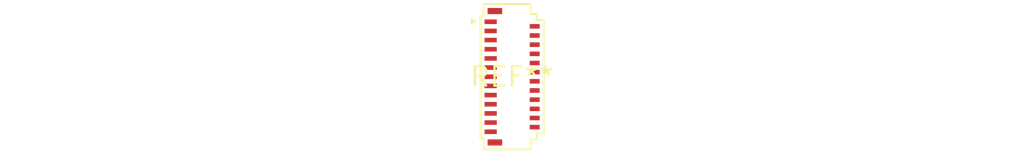
<source format=kicad_pcb>
(kicad_pcb (version 20240108) (generator pcbnew)
  (layers (0 "F.Cu" signal) (31 "B.Cu" signal) (34 "B.Paste" user) (35 "F.Paste" user) (36 "B.SilkS" user "B.Silkscreen") (37 "F.SilkS" user "F.Silkscreen") (38 "B.Mask" user) (39 "F.Mask" user) (44 "Edge.Cuts" user))
  (net 0 "")
  (footprint "Hirose_FH26-25S-0.3SHW_2Rows-25Pins-1MP_P0.60mm_Horizontal" (layer "F.Cu") (at 0 0)
    (property "Reference" "REF**")
    (property "Value" "Hirose_FH26-25S-0.3SHW_2Rows-25Pins-1MP_P0.60mm_Horizontal")
    (fp_line (start -2.622132 -3.75) (end -2.41 -3.6) (layer "F.SilkS") (stroke (width 0.12)))
    (fp_line (start -2.622132 -3.45) (end -2.622132 -3.75) (layer "F.SilkS") (stroke (width 0.12)))
    (fp_line (start -2.41 -3.6) (end -2.622132 -3.45) (layer "F.SilkS") (stroke (width 0.12)))
    (fp_line (start -2.06 -4.01) (end -2.06 0) (layer "F.SilkS") (stroke (width 0.12)))
    (fp_line (start -2.06 4.01) (end -2.06 0) (layer "F.SilkS") (stroke (width 0.12)))
    (fp_line (start -1.86 -4.76) (end -1.86 -4.01) (layer "F.SilkS") (stroke (width 0.12)))
    (fp_line (start -1.86 -4.01) (end -2.06 -4.01) (layer "F.SilkS") (stroke (width 0.12)))
    (fp_line (start -1.86 4.01) (end -2.06 4.01) (layer "F.SilkS") (stroke (width 0.12)))
    (fp_line (start -1.86 4.76) (end -1.86 4.01) (layer "F.SilkS") (stroke (width 0.12)))
    (fp_line (start 1.21 -4.76) (end -1.86 -4.76) (layer "F.SilkS") (stroke (width 0.12)))
    (fp_line (start 1.21 -4.11) (end 1.21 -4.76) (layer "F.SilkS") (stroke (width 0.12)))
    (fp_line (start 1.21 4.11) (end 1.21 4.76) (layer "F.SilkS") (stroke (width 0.12)))
    (fp_line (start 1.21 4.76) (end -1.86 4.76) (layer "F.SilkS") (stroke (width 0.12)))
    (fp_line (start 1.61 -4.11) (end 1.21 -4.11) (layer "F.SilkS") (stroke (width 0.12)))
    (fp_line (start 1.61 -3.71) (end 1.61 -4.11) (layer "F.SilkS") (stroke (width 0.12)))
    (fp_line (start 1.61 3.71) (end 1.61 4.11) (layer "F.SilkS") (stroke (width 0.12)))
    (fp_line (start 1.61 4.11) (end 1.21 4.11) (layer "F.SilkS") (stroke (width 0.12)))
    (fp_line (start 2.06 -3.71) (end 1.61 -3.71) (layer "F.SilkS") (stroke (width 0.12)))
    (fp_line (start 2.06 0) (end 2.06 -3.71) (layer "F.SilkS") (stroke (width 0.12)))
    (fp_line (start 2.06 0) (end 2.06 3.71) (layer "F.SilkS") (stroke (width 0.12)))
    (fp_line (start 2.06 3.71) (end 1.61 3.71) (layer "F.SilkS") (stroke (width 0.12)))
    (pad "1" smd rect (at -1.4 -3.6) (size 0.8 0.3) (layers "F.Cu" "F.Paste" "F.Mask"))
    (pad "2" smd rect (at 1.475 -3.3) (size 0.65 0.3) (layers "F.Cu" "F.Paste" "F.Mask"))
    (pad "3" smd rect (at -1.4 -3) (size 0.8 0.3) (layers "F.Cu" "F.Paste" "F.Mask"))
    (pad "4" smd rect (at 1.475 -2.7) (size 0.65 0.3) (layers "F.Cu" "F.Paste" "F.Mask"))
    (pad "5" smd rect (at -1.4 -2.4) (size 0.8 0.3) (layers "F.Cu" "F.Paste" "F.Mask"))
    (pad "6" smd rect (at 1.475 -2.1) (size 0.65 0.3) (layers "F.Cu" "F.Paste" "F.Mask"))
    (pad "7" smd rect (at -1.4 -1.8) (size 0.8 0.3) (layers "F.Cu" "F.Paste" "F.Mask"))
    (pad "8" smd rect (at 1.475 -1.5) (size 0.65 0.3) (layers "F.Cu" "F.Paste" "F.Mask"))
    (pad "9" smd rect (at -1.4 -1.2) (size 0.8 0.3) (layers "F.Cu" "F.Paste" "F.Mask"))
    (pad "10" smd rect (at 1.475 -0.9) (size 0.65 0.3) (layers "F.Cu" "F.Paste" "F.Mask"))
    (pad "11" smd rect (at -1.4 -0.6) (size 0.8 0.3) (layers "F.Cu" "F.Paste" "F.Mask"))
    (pad "12" smd rect (at 1.475 -0.3) (size 0.65 0.3) (layers "F.Cu" "F.Paste" "F.Mask"))
    (pad "13" smd rect (at -1.4 0) (size 0.8 0.3) (layers "F.Cu" "F.Paste" "F.Mask"))
    (pad "14" smd rect (at 1.475 0.3) (size 0.65 0.3) (layers "F.Cu" "F.Paste" "F.Mask"))
    (pad "15" smd rect (at -1.4 0.6) (size 0.8 0.3) (layers "F.Cu" "F.Paste" "F.Mask"))
    (pad "16" smd rect (at 1.475 0.9) (size 0.65 0.3) (layers "F.Cu" "F.Paste" "F.Mask"))
    (pad "17" smd rect (at -1.4 1.2) (size 0.8 0.3) (layers "F.Cu" "F.Paste" "F.Mask"))
    (pad "18" smd rect (at 1.475 1.5) (size 0.65 0.3) (layers "F.Cu" "F.Paste" "F.Mask"))
    (pad "19" smd rect (at -1.4 1.8) (size 0.8 0.3) (layers "F.Cu" "F.Paste" "F.Mask"))
    (pad "20" smd rect (at 1.475 2.1) (size 0.65 0.3) (layers "F.Cu" "F.Paste" "F.Mask"))
    (pad "21" smd rect (at -1.4 2.4) (size 0.8 0.3) (layers "F.Cu" "F.Paste" "F.Mask"))
    (pad "22" smd rect (at 1.475 2.7) (size 0.65 0.3) (layers "F.Cu" "F.Paste" "F.Mask"))
    (pad "23" smd rect (at -1.4 3) (size 0.8 0.3) (layers "F.Cu" "F.Paste" "F.Mask"))
    (pad "24" smd rect (at 1.475 3.3) (size 0.65 0.3) (layers "F.Cu" "F.Paste" "F.Mask"))
    (pad "25" smd rect (at -1.4 3.6) (size 0.8 0.3) (layers "F.Cu" "F.Paste" "F.Mask"))
    (pad "MP" smd rect (at -1.125 -4.3) (size 0.95 0.4) (layers "F.Cu" "F.Paste" "F.Mask"))
    (pad "MP" smd rect (at -1.125 4.3) (size 0.95 0.4) (layers "F.Cu" "F.Paste" "F.Mask"))
  )
)
</source>
